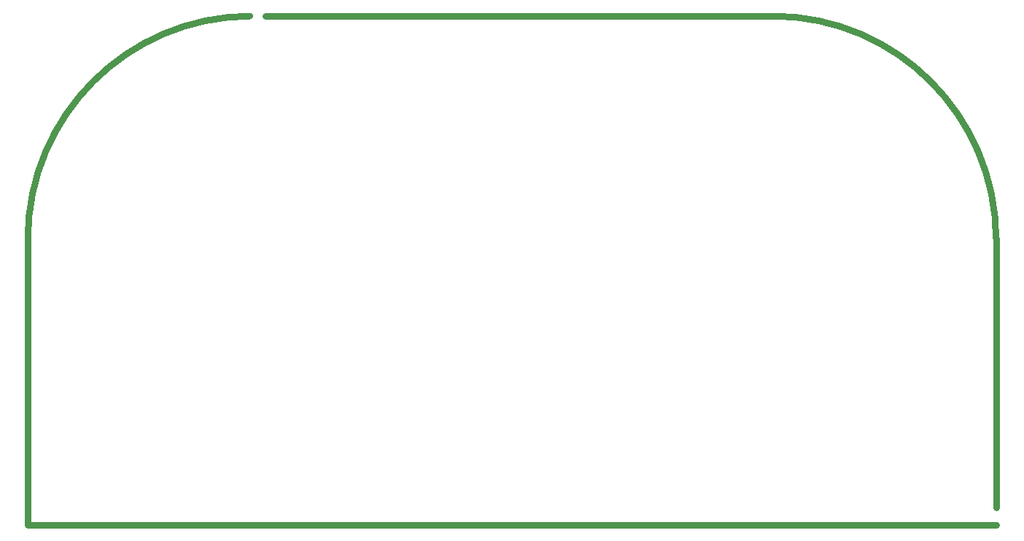
<source format=gbr>
G04 #@! TF.GenerationSoftware,KiCad,Pcbnew,8.0.3*
G04 #@! TF.CreationDate,2024-07-30T16:09:55+10:00*
G04 #@! TF.ProjectId,colecovision_controller,636f6c65-636f-4766-9973-696f6e5f636f,rev?*
G04 #@! TF.SameCoordinates,Original*
G04 #@! TF.FileFunction,Other,ECO1*
%FSLAX46Y46*%
G04 Gerber Fmt 4.6, Leading zero omitted, Abs format (unit mm)*
G04 Created by KiCad (PCBNEW 8.0.3) date 2024-07-30 16:09:55*
%MOMM*%
%LPD*%
G01*
G04 APERTURE LIST*
%ADD10C,0.800100*%
G04 APERTURE END LIST*
D10*
X199126926Y-97459818D02*
X199126926Y-128701800D01*
X86728282Y-97463426D02*
G75*
G02*
X112509300Y-71678800I25908018J-123374D01*
G01*
X199123300Y-130733800D02*
X86728300Y-130733800D01*
X173342300Y-71678800D02*
G75*
G02*
X199126922Y-97459818I-123370J-25908010D01*
G01*
X86728300Y-130733800D02*
X86728282Y-97463426D01*
X114350800Y-71678800D02*
X173342300Y-71678800D01*
M02*

</source>
